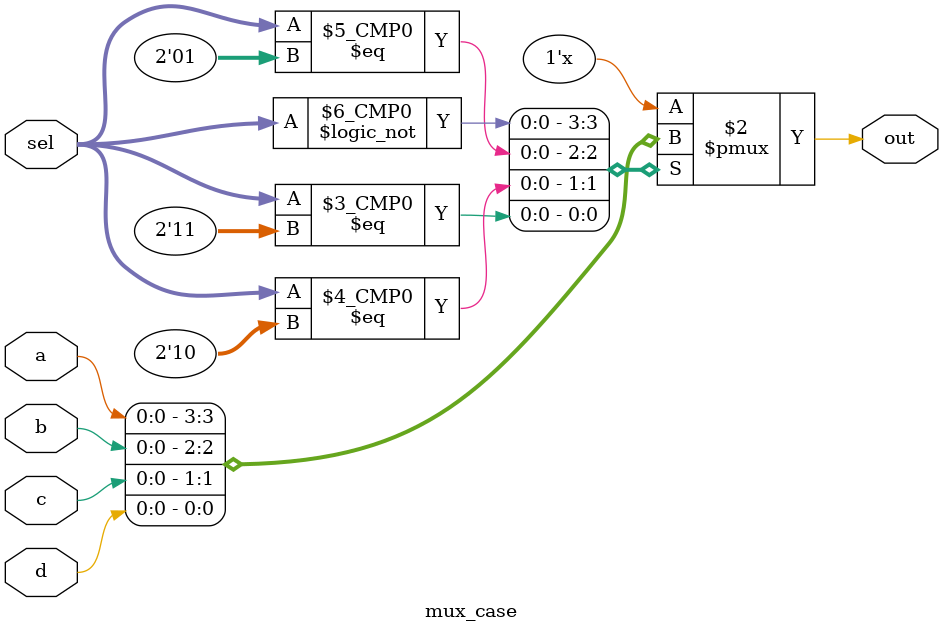
<source format=v>
module mux_case(a,b,c,d,sel,out);
    input a;
    input b;
    input c;
    input d;
    input [1:0]sel;
    output reg out;

    always @ (*) begin
        case (sel)
        2'b00 : out = a;
        2'b01 : out = b;
        2'b10 : out = c;
        2'b11 : out = d;
        default : out = 1'b0;
        endcase
    end
endmodule

</source>
